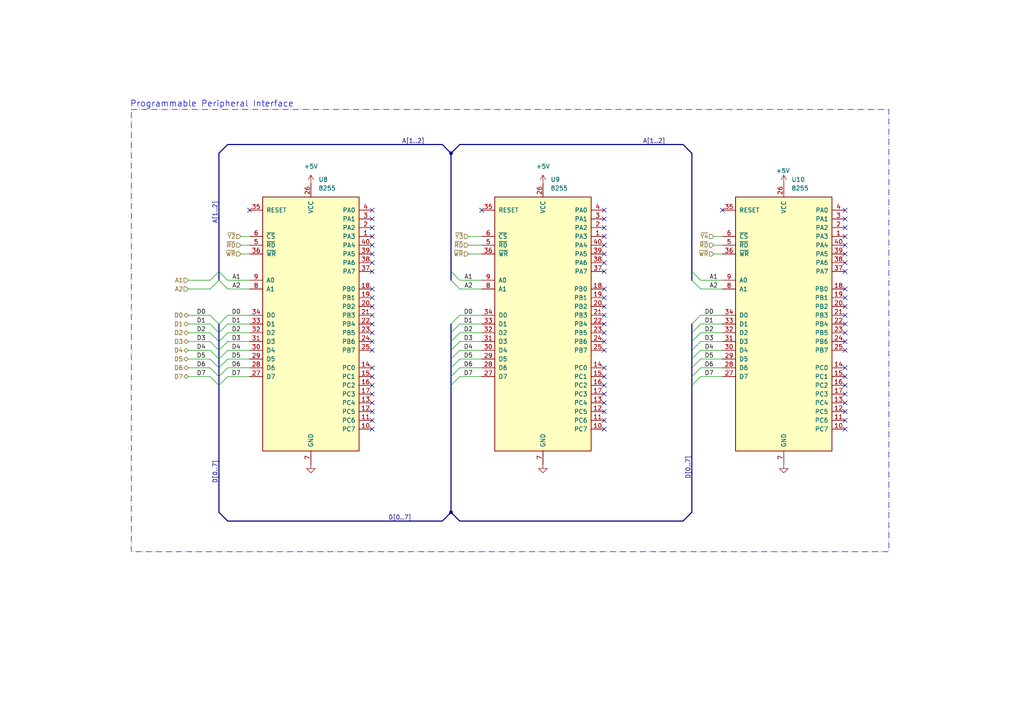
<source format=kicad_sch>
(kicad_sch (version 20231120) (generator "eeschema") (generator_version "8.0")
  (paper "A4")
  (lib_symbols
    (symbol "Interface:8255" (pin_names (offset 1.016))
      (property "Reference" "U" (at -13.97 38.1 0))
      (property "Value" "8255" (at 8.89 38.1 0))
      (symbol "8255_1_1"
        (rectangle (start -13.97 -36.83) (end 13.97 36.83) (stroke (width 0.254)) (fill (type background)))
        (pin bidirectional line (at 17.78 25.4 180) (length 3.81) (name "PA3") (number "1"))
        (pin bidirectional line (at 17.78 -30.48 180) (length 3.81) (name "PC7") (number "10"))
        (pin bidirectional line (at 17.78 -27.94 180) (length 3.81) (name "PC6") (number "11"))
        (pin bidirectional line (at 17.78 -25.4 180) (length 3.81) (name "PC5") (number "12"))
        (pin bidirectional line (at 17.78 -22.86 180) (length 3.81) (name "PC4") (number "13"))
        (pin bidirectional line (at 17.78 -12.7 180) (length 3.81) (name "PC0") (number "14"))
        (pin bidirectional line (at 17.78 -15.24 180) (length 3.81) (name "PC1") (number "15"))
        (pin bidirectional line (at 17.78 -17.78 180) (length 3.81) (name "PC2") (number "16"))
        (pin bidirectional line (at 17.78 -20.32 180) (length 3.81) (name "PC3") (number "17"))
        (pin bidirectional line (at 17.78 10.16 180) (length 3.81) (name "PB0") (number "18"))
        (pin bidirectional line (at 17.78 7.62 180) (length 3.81) (name "PB1") (number "19"))
        (pin bidirectional line (at 17.78 27.94 180) (length 3.81) (name "PA2") (number "2"))
        (pin bidirectional line (at 17.78 5.08 180) (length 3.81) (name "PB2") (number "20"))
        (pin bidirectional line (at 17.78 2.54 180) (length 3.81) (name "PB3") (number "21"))
        (pin bidirectional line (at 17.78 0 180) (length 3.81) (name "PB4") (number "22"))
        (pin bidirectional line (at 17.78 -2.54 180) (length 3.81) (name "PB5") (number "23"))
        (pin bidirectional line (at 17.78 -5.08 180) (length 3.81) (name "PB6") (number "24"))
        (pin bidirectional line (at 17.78 -7.62 180) (length 3.81) (name "PB7") (number "25"))
        (pin power_in line (at 0 40.64 270) (length 3.81) (name "VCC") (number "26"))
        (pin bidirectional line (at -17.78 -15.24 0) (length 3.81) (name "D7") (number "27"))
        (pin bidirectional line (at -17.78 -12.7 0) (length 3.81) (name "D6") (number "28"))
        (pin bidirectional line (at -17.78 -10.16 0) (length 3.81) (name "D5") (number "29"))
        (pin bidirectional line (at 17.78 30.48 180) (length 3.81) (name "PA1") (number "3"))
        (pin bidirectional line (at -17.78 -7.62 0) (length 3.81) (name "D4") (number "30"))
        (pin bidirectional line (at -17.78 -5.08 0) (length 3.81) (name "D3") (number "31"))
        (pin bidirectional line (at -17.78 -2.54 0) (length 3.81) (name "D2") (number "32"))
        (pin bidirectional line (at -17.78 0 0) (length 3.81) (name "D1") (number "33"))
        (pin bidirectional line (at -17.78 2.54 0) (length 3.81) (name "D0") (number "34"))
        (pin input line (at -17.78 33.02 0) (length 3.81) (name "RESET") (number "35"))
        (pin input line (at -17.78 20.32 0) (length 3.81) (name "~{WR}") (number "36"))
        (pin bidirectional line (at 17.78 15.24 180) (length 3.81) (name "PA7") (number "37"))
        (pin bidirectional line (at 17.78 17.78 180) (length 3.81) (name "PA6") (number "38"))
        (pin bidirectional line (at 17.78 20.32 180) (length 3.81) (name "PA5") (number "39"))
        (pin bidirectional line (at 17.78 33.02 180) (length 3.81) (name "PA0") (number "4"))
        (pin bidirectional line (at 17.78 22.86 180) (length 3.81) (name "PA4") (number "40"))
        (pin input line (at -17.78 22.86 0) (length 3.81) (name "~{RD}") (number "5"))
        (pin input line (at -17.78 25.4 0) (length 3.81) (name "~{CS}") (number "6"))
        (pin power_in line (at 0 -40.64 90) (length 3.81) (name "GND") (number "7"))
        (pin input line (at -17.78 10.16 0) (length 3.81) (name "A1") (number "8"))
        (pin input line (at -17.78 12.7 0) (length 3.81) (name "A0") (number "9"))
      )
    )
    (symbol "power:GND" (power) (pin_numbers hide) (pin_names (offset 0) hide)
      (property "Value" "GND" (at 0 -3.81 0))
      (symbol "GND_0_1"
        (polyline (pts (xy 0 0) (xy 0 -1.27) (xy 1.27 -1.27) (xy 0 -2.54) (xy -1.27 -1.27) (xy 0 -1.27)))
      )
      (symbol "GND_1_1"
        (pin power_in line (at 0 0 270) (length 0) (name "~") (number "1"))
      )
    )
    (symbol "power:VCC" (power) (pin_numbers hide) (pin_names (offset 0) hide)
      (property "Value" "VCC" (at 0 3.556 0))
      (symbol "VCC_0_1"
        (polyline (pts (xy -0.762 1.27) (xy 0 2.54)))
        (polyline (pts (xy 0 0) (xy 0 2.54)))
        (polyline (pts (xy 0 2.54) (xy 0.762 1.27)))
      )
      (symbol "VCC_1_1"
        (pin power_in line (at 0 0 90) (length 0) (name "~") (number "1"))
      )
    )
  )
  (junction (at 130.81 44.45))
  (junction (at 130.81 148.59))
  (no_connect (at 175.26 109.22))
  (no_connect (at 245.11 116.84))
  (no_connect (at 175.26 78.74))
  (no_connect (at 175.26 119.38))
  (no_connect (at 107.95 106.68))
  (no_connect (at 175.26 66.04))
  (no_connect (at 175.26 116.84))
  (no_connect (at 107.95 60.96))
  (no_connect (at 245.11 93.98))
  (no_connect (at 175.26 88.9))
  (no_connect (at 107.95 114.3))
  (no_connect (at 175.26 114.3))
  (no_connect (at 245.11 114.3))
  (no_connect (at 175.26 121.92))
  (no_connect (at 107.95 86.36))
  (no_connect (at 245.11 71.12))
  (no_connect (at 107.95 76.2))
  (no_connect (at 245.11 73.66))
  (no_connect (at 245.11 106.68))
  (no_connect (at 245.11 76.2))
  (no_connect (at 175.26 106.68))
  (no_connect (at 107.95 83.82))
  (no_connect (at 107.95 93.98))
  (no_connect (at 72.39 60.96))
  (no_connect (at 245.11 111.76))
  (no_connect (at 245.11 66.04))
  (no_connect (at 107.95 63.5))
  (no_connect (at 175.26 111.76))
  (no_connect (at 107.95 116.84))
  (no_connect (at 175.26 91.44))
  (no_connect (at 175.26 96.52))
  (no_connect (at 107.95 66.04))
  (no_connect (at 245.11 121.92))
  (no_connect (at 245.11 91.44))
  (no_connect (at 245.11 119.38))
  (no_connect (at 107.95 109.22))
  (no_connect (at 107.95 99.06))
  (no_connect (at 175.26 73.66))
  (no_connect (at 209.55 60.96))
  (no_connect (at 107.95 119.38))
  (no_connect (at 175.26 76.2))
  (no_connect (at 175.26 86.36))
  (no_connect (at 245.11 96.52))
  (no_connect (at 245.11 124.46))
  (no_connect (at 107.95 71.12))
  (no_connect (at 175.26 124.46))
  (no_connect (at 245.11 68.58))
  (no_connect (at 107.95 68.58))
  (no_connect (at 175.26 60.96))
  (no_connect (at 245.11 63.5))
  (no_connect (at 175.26 71.12))
  (no_connect (at 245.11 86.36))
  (no_connect (at 245.11 88.9))
  (no_connect (at 107.95 91.44))
  (no_connect (at 107.95 124.46))
  (no_connect (at 107.95 73.66))
  (no_connect (at 245.11 60.96))
  (no_connect (at 175.26 68.58))
  (no_connect (at 245.11 101.6))
  (no_connect (at 107.95 101.6))
  (no_connect (at 107.95 111.76))
  (no_connect (at 245.11 78.74))
  (no_connect (at 175.26 101.6))
  (no_connect (at 107.95 78.74))
  (no_connect (at 175.26 83.82))
  (no_connect (at 107.95 121.92))
  (no_connect (at 245.11 83.82))
  (no_connect (at 107.95 96.52))
  (no_connect (at 245.11 99.06))
  (no_connect (at 175.26 93.98))
  (no_connect (at 139.7 60.96))
  (no_connect (at 175.26 63.5))
  (no_connect (at 245.11 109.22))
  (no_connect (at 107.95 88.9))
  (no_connect (at 175.26 99.06))
  (bus_entry (at 66.04 91.44) (size -2.54 2.54))
  (bus_entry (at 60.96 109.22) (size 2.54 2.54))
  (bus_entry (at 133.35 99.06) (size -2.54 2.54))
  (bus_entry (at 66.04 93.98) (size -2.54 2.54))
  (bus_entry (at 203.2 81.28) (size -2.54 -2.54))
  (bus_entry (at 66.04 106.68) (size -2.54 2.54))
  (bus_entry (at 200.66 99.06) (size 2.54 -2.54))
  (bus_entry (at 60.96 104.14) (size 2.54 2.54))
  (bus_entry (at 203.2 93.98) (size -2.54 2.54))
  (bus_entry (at 133.35 91.44) (size -2.54 2.54))
  (bus_entry (at 60.96 93.98) (size 2.54 2.54))
  (bus_entry (at 60.96 91.44) (size 2.54 2.54))
  (bus_entry (at 60.96 83.82) (size 2.54 -2.54))
  (bus_entry (at 66.04 104.14) (size -2.54 2.54))
  (bus_entry (at 203.2 106.68) (size -2.54 2.54))
  (bus_entry (at 133.35 93.98) (size -2.54 2.54))
  (bus_entry (at 66.04 101.6) (size -2.54 2.54))
  (bus_entry (at 66.04 96.52) (size -2.54 2.54))
  (bus_entry (at 66.04 81.28) (size -2.54 -2.54))
  (bus_entry (at 133.35 109.22) (size -2.54 2.54))
  (bus_entry (at 60.96 99.06) (size 2.54 2.54))
  (bus_entry (at 66.04 109.22) (size -2.54 2.54))
  (bus_entry (at 133.35 101.6) (size -2.54 2.54))
  (bus_entry (at 133.35 81.28) (size -2.54 -2.54))
  (bus_entry (at 203.2 91.44) (size -2.54 2.54))
  (bus_entry (at 203.2 104.14) (size -2.54 2.54))
  (bus_entry (at 203.2 83.82) (size -2.54 -2.54))
  (bus_entry (at 60.96 81.28) (size 2.54 -2.54))
  (bus_entry (at 60.96 106.68) (size 2.54 2.54))
  (bus_entry (at 133.35 104.14) (size -2.54 2.54))
  (bus_entry (at 133.35 106.68) (size -2.54 2.54))
  (bus_entry (at 200.66 104.14) (size 2.54 -2.54))
  (bus_entry (at 66.04 99.06) (size -2.54 2.54))
  (bus_entry (at 60.96 101.6) (size 2.54 2.54))
  (bus_entry (at 133.35 96.52) (size -2.54 2.54))
  (bus_entry (at 60.96 96.52) (size 2.54 2.54))
  (bus_entry (at 66.04 83.82) (size -2.54 -2.54))
  (bus_entry (at 203.2 99.06) (size -2.54 2.54))
  (bus_entry (at 133.35 83.82) (size -2.54 -2.54))
  (bus_entry (at 203.2 109.22) (size -2.54 2.54))
  (bus (pts (xy 200.66 44.45) (xy 200.66 78.74)))
  (wire (pts (xy 54.61 106.68) (xy 60.96 106.68)))
  (bus (pts (xy 130.81 99.06) (xy 130.81 101.6)))
  (wire (pts (xy 209.55 91.44) (xy 203.2 91.44)))
  (wire (pts (xy 72.39 91.44) (xy 66.04 91.44)))
  (wire (pts (xy 54.61 104.14) (xy 60.96 104.14)))
  (wire (pts (xy 139.7 93.98) (xy 133.35 93.98)))
  (wire (pts (xy 133.35 81.28) (xy 139.7 81.28)))
  (wire (pts (xy 139.7 99.06) (xy 133.35 99.06)))
  (wire (pts (xy 135.89 71.12) (xy 139.7 71.12)))
  (wire (pts (xy 54.61 93.98) (xy 60.96 93.98)))
  (wire (pts (xy 54.61 91.44) (xy 60.96 91.44)))
  (bus (pts (xy 130.81 44.45) (xy 130.81 78.74)))
  (wire (pts (xy 139.7 101.6) (xy 133.35 101.6)))
  (wire (pts (xy 54.61 109.22) (xy 60.96 109.22)))
  (wire (pts (xy 209.55 106.68) (xy 203.2 106.68)))
  (wire (pts (xy 209.55 96.52) (xy 203.2 96.52)))
  (wire (pts (xy 139.7 109.22) (xy 133.35 109.22)))
  (bus (pts (xy 133.35 41.91) (xy 198.12 41.91)))
  (wire (pts (xy 207.01 73.66) (xy 209.55 73.66)))
  (wire (pts (xy 139.7 96.52) (xy 133.35 96.52)))
  (wire (pts (xy 72.39 101.6) (xy 66.04 101.6)))
  (bus (pts (xy 130.81 44.45) (xy 128.27 41.91)))
  (wire (pts (xy 209.55 104.14) (xy 203.2 104.14)))
  (wire (pts (xy 66.04 83.82) (xy 72.39 83.82)))
  (bus (pts (xy 66.04 151.13) (xy 128.27 151.13)))
  (bus (pts (xy 63.5 111.76) (xy 63.5 148.59)))
  (wire (pts (xy 209.55 93.98) (xy 203.2 93.98)))
  (wire (pts (xy 72.39 104.14) (xy 66.04 104.14)))
  (bus (pts (xy 198.12 151.13) (xy 200.66 148.59)))
  (bus (pts (xy 130.81 111.76) (xy 130.81 148.59)))
  (wire (pts (xy 66.04 81.28) (xy 72.39 81.28)))
  (wire (pts (xy 139.7 106.68) (xy 133.35 106.68)))
  (wire (pts (xy 207.01 68.58) (xy 209.55 68.58)))
  (wire (pts (xy 139.7 91.44) (xy 133.35 91.44)))
  (bus (pts (xy 133.35 151.13) (xy 198.12 151.13)))
  (bus (pts (xy 130.81 148.59) (xy 133.35 151.13)))
  (wire (pts (xy 72.39 96.52) (xy 66.04 96.52)))
  (bus (pts (xy 130.81 93.98) (xy 130.81 96.52)))
  (bus (pts (xy 63.5 93.98) (xy 63.5 96.52)))
  (wire (pts (xy 135.89 73.66) (xy 139.7 73.66)))
  (bus (pts (xy 200.66 99.06) (xy 200.66 101.6)))
  (bus (pts (xy 130.81 109.22) (xy 130.81 111.76)))
  (bus (pts (xy 128.27 151.13) (xy 130.81 148.59)))
  (bus (pts (xy 130.81 78.74) (xy 130.81 81.28)))
  (bus (pts (xy 63.5 44.45) (xy 63.5 78.74)))
  (bus (pts (xy 130.81 96.52) (xy 130.81 99.06)))
  (wire (pts (xy 69.85 73.66) (xy 72.39 73.66)))
  (bus (pts (xy 63.5 148.59) (xy 66.04 151.13)))
  (wire (pts (xy 139.7 104.14) (xy 133.35 104.14)))
  (wire (pts (xy 72.39 99.06) (xy 66.04 99.06)))
  (wire (pts (xy 54.61 83.82) (xy 60.96 83.82)))
  (bus (pts (xy 130.81 104.14) (xy 130.81 106.68)))
  (bus (pts (xy 200.66 106.68) (xy 200.66 109.22)))
  (bus (pts (xy 200.66 93.98) (xy 200.66 96.52)))
  (wire (pts (xy 54.61 99.06) (xy 60.96 99.06)))
  (wire (pts (xy 72.39 109.22) (xy 66.04 109.22)))
  (wire (pts (xy 69.85 68.58) (xy 72.39 68.58)))
  (bus (pts (xy 200.66 104.14) (xy 200.66 106.68)))
  (wire (pts (xy 54.61 101.6) (xy 60.96 101.6)))
  (bus (pts (xy 63.5 109.22) (xy 63.5 111.76)))
  (bus (pts (xy 128.27 41.91) (xy 66.04 41.91)))
  (wire (pts (xy 209.55 109.22) (xy 203.2 109.22)))
  (wire (pts (xy 54.61 81.28) (xy 60.96 81.28)))
  (bus (pts (xy 200.66 109.22) (xy 200.66 111.76)))
  (wire (pts (xy 203.2 81.28) (xy 209.55 81.28)))
  (bus (pts (xy 63.5 104.14) (xy 63.5 106.68)))
  (bus (pts (xy 198.12 41.91) (xy 200.66 44.45)))
  (bus (pts (xy 63.5 101.6) (xy 63.5 104.14)))
  (bus (pts (xy 130.81 101.6) (xy 130.81 104.14)))
  (wire (pts (xy 203.2 83.82) (xy 209.55 83.82)))
  (bus (pts (xy 66.04 41.91) (xy 63.5 44.45)))
  (wire (pts (xy 207.01 71.12) (xy 209.55 71.12)))
  (wire (pts (xy 54.61 96.52) (xy 60.96 96.52)))
  (bus (pts (xy 63.5 106.68) (xy 63.5 109.22)))
  (wire (pts (xy 72.39 93.98) (xy 66.04 93.98)))
  (bus (pts (xy 200.66 96.52) (xy 200.66 99.06)))
  (wire (pts (xy 69.85 71.12) (xy 72.39 71.12)))
  (bus (pts (xy 200.66 111.76) (xy 200.66 148.59)))
  (bus (pts (xy 130.81 106.68) (xy 130.81 109.22)))
  (bus (pts (xy 63.5 99.06) (xy 63.5 101.6)))
  (wire (pts (xy 135.89 68.58) (xy 139.7 68.58)))
  (wire (pts (xy 209.55 101.6) (xy 203.2 101.6)))
  (bus (pts (xy 200.66 78.74) (xy 200.66 81.28)))
  (bus (pts (xy 200.66 101.6) (xy 200.66 104.14)))
  (bus (pts (xy 63.5 96.52) (xy 63.5 99.06)))
  (bus (pts (xy 63.5 78.74) (xy 63.5 81.28)))
  (bus (pts (xy 130.81 44.45) (xy 133.35 41.91)))
  (wire (pts (xy 209.55 99.06) (xy 203.2 99.06)))
  (wire (pts (xy 72.39 106.68) (xy 66.04 106.68)))
  (wire (pts (xy 133.35 83.82) (xy 139.7 83.82)))
  (rectangle (start 38.1 31.75) (end 257.81 160.02) (stroke (width 0) (type dash_dot)))
  (text "Programmable Peripheral Interface" (at 61.468 30.226 0) (effects (font (size 1.778 1.778))))
  (label "D3" (at 59.69 99.06 180))
  (label "D1" (at 69.85 93.98 180))
  (label "D7" (at 59.69 109.22 180))
  (label "D0" (at 69.85 91.44 180))
  (label "D[0..7]" (at 119.38 151.13 180))
  (label "D3" (at 207.01 99.06 180))
  (label "D[0..7]" (at 200.66 132.08 270))
  (label "D7" (at 207.01 109.22 180))
  (label "D0" (at 59.69 91.44 180))
  (label "D6" (at 69.85 106.68 180))
  (label "A1" (at 205.74 81.28 0))
  (label "D6" (at 207.01 106.68 180))
  (label "A2" (at 134.62 83.82 0))
  (label "D4" (at 69.85 101.6 180))
  (label "D4" (at 207.01 101.6 180))
  (label "D1" (at 207.01 93.98 180))
  (label "D3" (at 137.16 99.06 180))
  (label "D5" (at 207.01 104.14 180))
  (label "D2" (at 69.85 96.52 180))
  (label "D6" (at 137.16 106.68 180))
  (label "D7" (at 69.85 109.22 180))
  (label "D4" (at 59.69 101.6 180))
  (label "D1" (at 59.69 93.98 180))
  (label "A1" (at 67.31 81.28 0))
  (label "A2" (at 67.31 83.82 0))
  (label "D4" (at 137.16 101.6 180))
  (label "A[1..2]" (at 123.19 41.91 180))
  (label "D0" (at 137.16 91.44 180))
  (label "D0" (at 207.01 91.44 180))
  (label "D6" (at 59.69 106.68 180))
  (label "D2" (at 59.69 96.52 180))
  (label "A2" (at 205.74 83.82 0))
  (label "D[0..7]" (at 63.5 133.35 270))
  (label "D1" (at 137.16 93.98 180))
  (label "A1" (at 134.62 81.28 0))
  (label "D7" (at 137.16 109.22 180))
  (label "D5" (at 137.16 104.14 180))
  (label "D5" (at 59.69 104.14 180))
  (label "D3" (at 69.85 99.06 180))
  (label "D2" (at 137.16 96.52 180))
  (label "D2" (at 207.01 96.52 180))
  (label "A[1..2]" (at 193.04 41.91 180))
  (label "D5" (at 69.85 104.14 180))
  (label "A[1..2]" (at 63.5 64.77 90))
  (hierarchical_label "~{WR}" (shape input) (at 135.89 73.66 180))
  (hierarchical_label "~{Y2}" (shape input) (at 69.85 68.58 180))
  (hierarchical_label "~{RD}" (shape input) (at 207.01 71.12 180))
  (hierarchical_label "~{RD}" (shape input) (at 135.89 71.12 180))
  (hierarchical_label "~{Y4}" (shape input) (at 207.01 68.58 180))
  (hierarchical_label "D3" (shape bidirectional) (at 54.61 99.06 180))
  (hierarchical_label "A1" (shape input) (at 54.61 81.28 180))
  (hierarchical_label "D0" (shape bidirectional) (at 54.61 91.44 180))
  (hierarchical_label "A2" (shape input) (at 54.61 83.82 180))
  (hierarchical_label "D6" (shape bidirectional) (at 54.61 106.68 180))
  (hierarchical_label "D4" (shape bidirectional) (at 54.61 101.6 180))
  (hierarchical_label "D1" (shape bidirectional) (at 54.61 93.98 180))
  (hierarchical_label "~{RD}" (shape input) (at 69.85 71.12 180))
  (hierarchical_label "~{WR}" (shape input) (at 69.85 73.66 180))
  (hierarchical_label "~{WR}" (shape input) (at 207.01 73.66 180))
  (hierarchical_label "D7" (shape bidirectional) (at 54.61 109.22 180))
  (hierarchical_label "~{Y3}" (shape input) (at 135.89 68.58 180))
  (hierarchical_label "D5" (shape bidirectional) (at 54.61 104.14 180))
  (hierarchical_label "D2" (shape bidirectional) (at 54.61 96.52 180))
  (symbol (lib_id "Interface:8255") (at 157.48 93.98 0) (unit 1)
    (property "Reference" "U9" (at 159.6741 52.07 0) (effects (justify left)))
    (property "Value" "8255" (at 159.6741 54.61 0) (effects (justify left)))
    (property "Footprint" "Package_DIP:DIP-40_W15.24mm" (effects (hide yes)))
    (property "Datasheet" "http://aturing.umcs.maine.edu/~meadow/courses/cos335/Intel8255A.pdf" (effects (hide yes)))
    (property "Description" "Programmable Peripheral Interface, PDIP-40" (effects (hide yes)))
  )
  (symbol (lib_id "power:VCC") (at 90.17 53.34 0) (unit 1)
    (property "Reference" "#PWR023" (effects (hide yes)))
    (property "Value" "+5V" (at 90.17 48.26 0))
    (property "Description" "Power symbol creates a global label with name \"VCC\"" (effects (hide yes)))
  )
  (symbol (lib_id "power:GND") (at 157.48 134.62 0) (unit 1)
    (property "Reference" "#PWR027" (effects (hide yes)))
    (property "Value" "GND" (effects (hide yes)))
    (property "Description" "Power symbol creates a global label with name \"GND\" , ground" (effects (hide yes)))
  )
  (symbol (lib_id "power:GND") (at 227.33 134.62 0) (unit 1)
    (property "Reference" "#PWR028" (effects (hide yes)))
    (property "Value" "GND" (effects (hide yes)))
    (property "Description" "Power symbol creates a global label with name \"GND\" , ground" (effects (hide yes)))
  )
  (symbol (lib_id "Interface:8255") (at 90.17 93.98 0) (unit 1)
    (property "Reference" "U8" (at 92.3641 52.07 0) (effects (justify left)))
    (property "Value" "8255" (at 92.3641 54.61 0) (effects (justify left)))
    (property "Footprint" "Package_DIP:DIP-40_W15.24mm" (effects (hide yes)))
    (property "Datasheet" "http://aturing.umcs.maine.edu/~meadow/courses/cos335/Intel8255A.pdf" (effects (hide yes)))
    (property "Description" "Programmable Peripheral Interface, PDIP-40" (effects (hide yes)))
  )
  (symbol (lib_id "power:VCC") (at 157.48 53.34 0) (unit 1)
    (property "Reference" "#PWR024" (effects (hide yes)))
    (property "Value" "+5V" (at 157.48 48.26 0))
    (property "Description" "Power symbol creates a global label with name \"VCC\"" (effects (hide yes)))
  )
  (symbol (lib_id "power:VCC") (at 227.33 53.34 0) (unit 1)
    (property "Reference" "#PWR025" (effects (hide yes)))
    (property "Value" "+5V" (at 227.076 49.53 0))
    (property "Description" "Power symbol creates a global label with name \"VCC\"" (effects (hide yes)))
  )
  (symbol (lib_id "power:GND") (at 90.17 134.62 0) (unit 1)
    (property "Reference" "#PWR026" (effects (hide yes)))
    (property "Value" "GND" (effects (hide yes)))
    (property "Description" "Power symbol creates a global label with name \"GND\" , ground" (effects (hide yes)))
  )
  (symbol (lib_id "Interface:8255") (at 227.33 93.98 0) (unit 1)
    (property "Reference" "U10" (at 229.5241 52.07 0) (effects (justify left)))
    (property "Value" "8255" (at 229.5241 54.61 0) (effects (justify left)))
    (property "Footprint" "Package_DIP:DIP-40_W15.24mm" (effects (hide yes)))
    (property "Datasheet" "http://aturing.umcs.maine.edu/~meadow/courses/cos335/Intel8255A.pdf" (effects (hide yes)))
    (property "Description" "Programmable Peripheral Interface, PDIP-40" (effects (hide yes)))
  )
)
</source>
